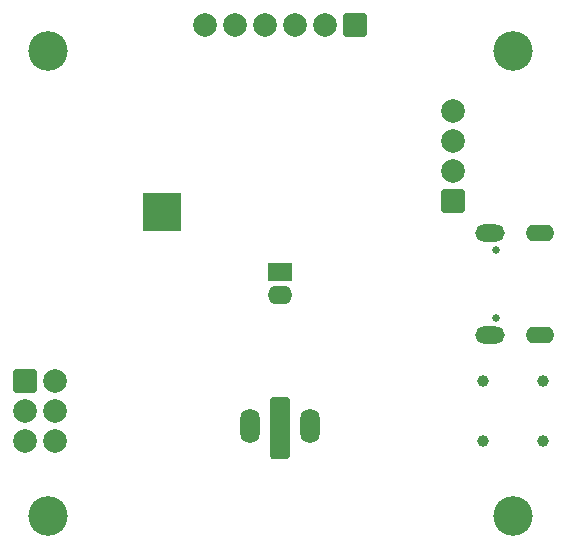
<source format=gbs>
G04 #@! TF.GenerationSoftware,KiCad,Pcbnew,6.0.7-f9a2dced07~116~ubuntu20.04.1*
G04 #@! TF.CreationDate,2022-08-17T23:21:15-04:00*
G04 #@! TF.ProjectId,mmwave,6d6d7761-7665-42e6-9b69-6361645f7063,B*
G04 #@! TF.SameCoordinates,Original*
G04 #@! TF.FileFunction,Soldermask,Bot*
G04 #@! TF.FilePolarity,Negative*
%FSLAX46Y46*%
G04 Gerber Fmt 4.6, Leading zero omitted, Abs format (unit mm)*
G04 Created by KiCad (PCBNEW 6.0.7-f9a2dced07~116~ubuntu20.04.1) date 2022-08-17 23:21:15*
%MOMM*%
%LPD*%
G01*
G04 APERTURE LIST*
G04 Aperture macros list*
%AMRoundRect*
0 Rectangle with rounded corners*
0 $1 Rounding radius*
0 $2 $3 $4 $5 $6 $7 $8 $9 X,Y pos of 4 corners*
0 Add a 4 corners polygon primitive as box body*
4,1,4,$2,$3,$4,$5,$6,$7,$8,$9,$2,$3,0*
0 Add four circle primitives for the rounded corners*
1,1,$1+$1,$2,$3*
1,1,$1+$1,$4,$5*
1,1,$1+$1,$6,$7*
1,1,$1+$1,$8,$9*
0 Add four rect primitives between the rounded corners*
20,1,$1+$1,$2,$3,$4,$5,0*
20,1,$1+$1,$4,$5,$6,$7,0*
20,1,$1+$1,$6,$7,$8,$9,0*
20,1,$1+$1,$8,$9,$2,$3,0*%
G04 Aperture macros list end*
%ADD10RoundRect,0.200000X-0.800000X0.800000X-0.800000X-0.800000X0.800000X-0.800000X0.800000X0.800000X0*%
%ADD11C,2.000000*%
%ADD12C,0.650000*%
%ADD13O,2.400000X1.400000*%
%ADD14O,2.500000X1.450000*%
%ADD15C,3.346400*%
%ADD16C,1.000000*%
%ADD17RoundRect,0.200000X-0.635000X-2.413000X0.635000X-2.413000X0.635000X2.413000X-0.635000X2.413000X0*%
%ADD18RoundRect,0.200000X1.450000X-1.450000X1.450000X1.450000X-1.450000X1.450000X-1.450000X-1.450000X0*%
%ADD19RoundRect,0.200000X0.800000X-0.800000X0.800000X0.800000X-0.800000X0.800000X-0.800000X-0.800000X0*%
%ADD20O,1.670000X2.940000*%
%ADD21RoundRect,0.200000X0.800000X0.800000X-0.800000X0.800000X-0.800000X-0.800000X0.800000X-0.800000X0*%
%ADD22RoundRect,0.200000X-0.850000X0.600000X-0.850000X-0.600000X0.850000X-0.600000X0.850000X0.600000X0*%
%ADD23O,2.100000X1.600000*%
G04 APERTURE END LIST*
D10*
X113030000Y-81915000D03*
D11*
X115570000Y-81915000D03*
X113030000Y-84455000D03*
X115570000Y-84455000D03*
X113030000Y-86995000D03*
X115570000Y-86995000D03*
D12*
X152899997Y-76550000D03*
X152899997Y-70770000D03*
D13*
X156579997Y-69340000D03*
X156579997Y-77980000D03*
D14*
X152399997Y-69340000D03*
X152399997Y-77980000D03*
D15*
X154305000Y-93345000D03*
X114935000Y-53975000D03*
D16*
X156855000Y-81905000D03*
X151755000Y-87005000D03*
X151755000Y-81905000D03*
X156855000Y-87005000D03*
D15*
X114935000Y-93345000D03*
D17*
X134620000Y-85852000D03*
D18*
X124585000Y-67620000D03*
D15*
X154305000Y-53975000D03*
D19*
X149225000Y-66675000D03*
D11*
X149225000Y-64135000D03*
X149225000Y-61595000D03*
X149225000Y-59055000D03*
D20*
X132080000Y-85725000D03*
X134620000Y-86995000D03*
X137160000Y-85725000D03*
D21*
X140970000Y-51752500D03*
D11*
X138430000Y-51752500D03*
X135890000Y-51752500D03*
X133350000Y-51752500D03*
X130810000Y-51752500D03*
X128270000Y-51752500D03*
D22*
X134620000Y-72660000D03*
D23*
X134620000Y-74660000D03*
M02*

</source>
